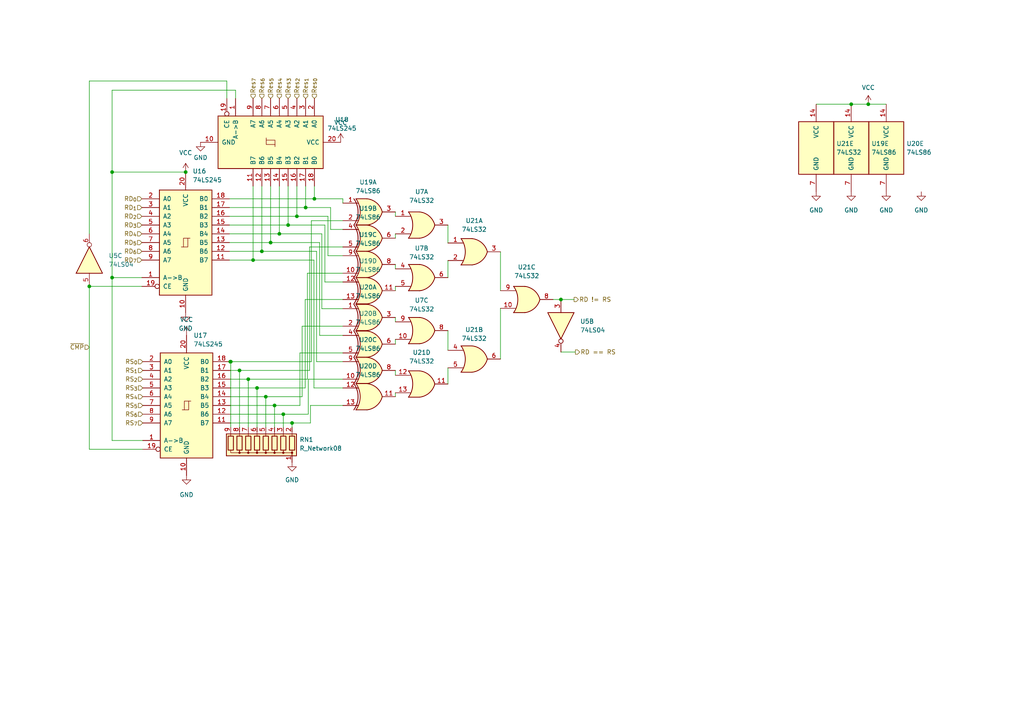
<source format=kicad_sch>
(kicad_sch (version 20211123) (generator eeschema)
  (paper "A4")
  (lib_symbols
    (symbol "74xx:74LS04"
      (property "Reference" "U" (at 0 1.27 0))
      (property "Value" "74LS04" (at 0 -1.27 0))
      (symbol "74LS04_1_0"
        (polyline (pts (xy -3.81 3.81) (xy -3.81 -3.81) (xy 3.81 0) (xy -3.81 3.81)) (stroke (width 0.254)) (fill (type background)))
        (pin input line (at -7.62 0 0) (length 3.81) (name "~") (number "1"))
        (pin output inverted (at 7.62 0 180) (length 3.81) (name "~") (number "2"))
      )
      (symbol "74LS04_2_0"
        (polyline (pts (xy -3.81 3.81) (xy -3.81 -3.81) (xy 3.81 0) (xy -3.81 3.81)) (stroke (width 0.254)) (fill (type background)))
        (pin input line (at -7.62 0 0) (length 3.81) (name "~") (number "3"))
        (pin output inverted (at 7.62 0 180) (length 3.81) (name "~") (number "4"))
      )
      (symbol "74LS04_3_0"
        (polyline (pts (xy -3.81 3.81) (xy -3.81 -3.81) (xy 3.81 0) (xy -3.81 3.81)) (stroke (width 0.254)) (fill (type background)))
        (pin input line (at -7.62 0 0) (length 3.81) (name "~") (number "5"))
        (pin output inverted (at 7.62 0 180) (length 3.81) (name "~") (number "6"))
      )
      (symbol "74LS04_4_0"
        (polyline (pts (xy -3.81 3.81) (xy -3.81 -3.81) (xy 3.81 0) (xy -3.81 3.81)) (stroke (width 0.254)) (fill (type background)))
        (pin output inverted (at 7.62 0 180) (length 3.81) (name "~") (number "8"))
        (pin input line (at -7.62 0 0) (length 3.81) (name "~") (number "9"))
      )
      (symbol "74LS04_5_0"
        (polyline (pts (xy -3.81 3.81) (xy -3.81 -3.81) (xy 3.81 0) (xy -3.81 3.81)) (stroke (width 0.254)) (fill (type background)))
        (pin output inverted (at 7.62 0 180) (length 3.81) (name "~") (number "10"))
        (pin input line (at -7.62 0 0) (length 3.81) (name "~") (number "11"))
      )
      (symbol "74LS04_6_0"
        (polyline (pts (xy -3.81 3.81) (xy -3.81 -3.81) (xy 3.81 0) (xy -3.81 3.81)) (stroke (width 0.254)) (fill (type background)))
        (pin output inverted (at 7.62 0 180) (length 3.81) (name "~") (number "12"))
        (pin input line (at -7.62 0 0) (length 3.81) (name "~") (number "13"))
      )
      (symbol "74LS04_7_0"
        (pin power_in line (at 0 12.7 270) (length 5.08) (name "VCC") (number "14"))
        (pin power_in line (at 0 -12.7 90) (length 5.08) (name "GND") (number "7"))
      )
      (symbol "74LS04_7_1"
        (rectangle (start -5.08 7.62) (end 5.08 -7.62) (stroke (width 0.254)) (fill (type background)))
      )
    )
    (symbol "74xx:74LS245" (pin_names (offset 1.016))
      (property "Reference" "U" (at -7.62 16.51 0))
      (property "Value" "74LS245" (at -7.62 -16.51 0))
      (symbol "74LS245_1_0"
        (polyline (pts (xy -0.635 -1.27) (xy -0.635 1.27) (xy 0.635 1.27)))
        (polyline (pts (xy -1.27 -1.27) (xy 0.635 -1.27) (xy 0.635 1.27) (xy 1.27 1.27)))
        (pin input line (at -12.7 -10.16 0) (length 5.08) (name "A->B") (number "1"))
        (pin power_in line (at 0 -20.32 90) (length 5.08) (name "GND") (number "10"))
        (pin tri_state line (at 12.7 -5.08 180) (length 5.08) (name "B7") (number "11"))
        (pin tri_state line (at 12.7 -2.54 180) (length 5.08) (name "B6") (number "12"))
        (pin tri_state line (at 12.7 0 180) (length 5.08) (name "B5") (number "13"))
        (pin tri_state line (at 12.7 2.54 180) (length 5.08) (name "B4") (number "14"))
        (pin tri_state line (at 12.7 5.08 180) (length 5.08) (name "B3") (number "15"))
        (pin tri_state line (at 12.7 7.62 180) (length 5.08) (name "B2") (number "16"))
        (pin tri_state line (at 12.7 10.16 180) (length 5.08) (name "B1") (number "17"))
        (pin tri_state line (at 12.7 12.7 180) (length 5.08) (name "B0") (number "18"))
        (pin input inverted (at -12.7 -12.7 0) (length 5.08) (name "CE") (number "19"))
        (pin tri_state line (at -12.7 12.7 0) (length 5.08) (name "A0") (number "2"))
        (pin power_in line (at 0 20.32 270) (length 5.08) (name "VCC") (number "20"))
        (pin tri_state line (at -12.7 10.16 0) (length 5.08) (name "A1") (number "3"))
        (pin tri_state line (at -12.7 7.62 0) (length 5.08) (name "A2") (number "4"))
        (pin tri_state line (at -12.7 5.08 0) (length 5.08) (name "A3") (number "5"))
        (pin tri_state line (at -12.7 2.54 0) (length 5.08) (name "A4") (number "6"))
        (pin tri_state line (at -12.7 0 0) (length 5.08) (name "A5") (number "7"))
        (pin tri_state line (at -12.7 -2.54 0) (length 5.08) (name "A6") (number "8"))
        (pin tri_state line (at -12.7 -5.08 0) (length 5.08) (name "A7") (number "9"))
      )
      (symbol "74LS245_1_1"
        (rectangle (start -7.62 15.24) (end 7.62 -15.24) (stroke (width 0.254)) (fill (type background)))
      )
    )
    (symbol "74xx:74LS32" (pin_names (offset 1.016))
      (property "Reference" "U" (at 0 1.27 0))
      (property "Value" "74LS32" (at 0 -1.27 0))
      (symbol "74LS32_1_1"
        (arc (start -3.81 -3.81) (mid -2.589 0) (end -3.81 3.81) (stroke (width 0.254)))
        (arc (start -0.6096 -3.81) (mid 2.1855 -2.584) (end 3.81 0) (stroke (width 0.254)) (fill (type background)))
        (polyline (pts (xy -3.81 -3.81) (xy -0.635 -3.81)) (stroke (width 0.254)) (fill (type background)))
        (polyline (pts (xy -3.81 3.81) (xy -0.635 3.81)) (stroke (width 0.254)) (fill (type background)))
        (polyline (pts (xy -0.635 3.81) (xy -3.81 3.81) (xy -3.81 3.81) (xy -3.556 3.4036) (xy -3.0226 2.2606) (xy -2.6924 1.0414) (xy -2.6162 -0.254) (xy -2.7686 -1.4986) (xy -3.175 -2.7178) (xy -3.81 -3.81) (xy -3.81 -3.81) (xy -0.635 -3.81)) (stroke (width -25.4)) (fill (type background)))
        (arc (start 3.81 0) (mid 2.1928 2.5925) (end -0.6096 3.81) (stroke (width 0.254)) (fill (type background)))
        (pin input line (at -7.62 2.54 0) (length 4.318) (name "~") (number "1"))
        (pin input line (at -7.62 -2.54 0) (length 4.318) (name "~") (number "2"))
        (pin output line (at 7.62 0 180) (length 3.81) (name "~") (number "3"))
      )
      (symbol "74LS32_1_2"
        (arc (start 0 -3.81) (mid 3.81 0) (end 0 3.81) (stroke (width 0.254)) (fill (type background)))
        (polyline (pts (xy 0 3.81) (xy -3.81 3.81) (xy -3.81 -3.81) (xy 0 -3.81)) (stroke (width 0.254)) (fill (type background)))
        (pin input inverted (at -7.62 2.54 0) (length 3.81) (name "~") (number "1"))
        (pin input inverted (at -7.62 -2.54 0) (length 3.81) (name "~") (number "2"))
        (pin output inverted (at 7.62 0 180) (length 3.81) (name "~") (number "3"))
      )
      (symbol "74LS32_2_1"
        (arc (start -3.81 -3.81) (mid -2.589 0) (end -3.81 3.81) (stroke (width 0.254)))
        (arc (start -0.6096 -3.81) (mid 2.1855 -2.584) (end 3.81 0) (stroke (width 0.254)) (fill (type background)))
        (polyline (pts (xy -3.81 -3.81) (xy -0.635 -3.81)) (stroke (width 0.254)) (fill (type background)))
        (polyline (pts (xy -3.81 3.81) (xy -0.635 3.81)) (stroke (width 0.254)) (fill (type background)))
        (polyline (pts (xy -0.635 3.81) (xy -3.81 3.81) (xy -3.81 3.81) (xy -3.556 3.4036) (xy -3.0226 2.2606) (xy -2.6924 1.0414) (xy -2.6162 -0.254) (xy -2.7686 -1.4986) (xy -3.175 -2.7178) (xy -3.81 -3.81) (xy -3.81 -3.81) (xy -0.635 -3.81)) (stroke (width -25.4)) (fill (type background)))
        (arc (start 3.81 0) (mid 2.1928 2.5925) (end -0.6096 3.81) (stroke (width 0.254)) (fill (type background)))
        (pin input line (at -7.62 2.54 0) (length 4.318) (name "~") (number "4"))
        (pin input line (at -7.62 -2.54 0) (length 4.318) (name "~") (number "5"))
        (pin output line (at 7.62 0 180) (length 3.81) (name "~") (number "6"))
      )
      (symbol "74LS32_2_2"
        (arc (start 0 -3.81) (mid 3.81 0) (end 0 3.81) (stroke (width 0.254)) (fill (type background)))
        (polyline (pts (xy 0 3.81) (xy -3.81 3.81) (xy -3.81 -3.81) (xy 0 -3.81)) (stroke (width 0.254)) (fill (type background)))
        (pin input inverted (at -7.62 2.54 0) (length 3.81) (name "~") (number "4"))
        (pin input inverted (at -7.62 -2.54 0) (length 3.81) (name "~") (number "5"))
        (pin output inverted (at 7.62 0 180) (length 3.81) (name "~") (number "6"))
      )
      (symbol "74LS32_3_1"
        (arc (start -3.81 -3.81) (mid -2.589 0) (end -3.81 3.81) (stroke (width 0.254)))
        (arc (start -0.6096 -3.81) (mid 2.1855 -2.584) (end 3.81 0) (stroke (width 0.254)) (fill (type background)))
        (polyline (pts (xy -3.81 -3.81) (xy -0.635 -3.81)) (stroke (width 0.254)) (fill (type background)))
        (polyline (pts (xy -3.81 3.81) (xy -0.635 3.81)) (stroke (width 0.254)) (fill (type background)))
        (polyline (pts (xy -0.635 3.81) (xy -3.81 3.81) (xy -3.81 3.81) (xy -3.556 3.4036) (xy -3.0226 2.2606) (xy -2.6924 1.0414) (xy -2.6162 -0.254) (xy -2.7686 -1.4986) (xy -3.175 -2.7178) (xy -3.81 -3.81) (xy -3.81 -3.81) (xy -0.635 -3.81)) (stroke (width -25.4)) (fill (type background)))
        (arc (start 3.81 0) (mid 2.1928 2.5925) (end -0.6096 3.81) (stroke (width 0.254)) (fill (type background)))
        (pin input line (at -7.62 -2.54 0) (length 4.318) (name "~") (number "10"))
        (pin output line (at 7.62 0 180) (length 3.81) (name "~") (number "8"))
        (pin input line (at -7.62 2.54 0) (length 4.318) (name "~") (number "9"))
      )
      (symbol "74LS32_3_2"
        (arc (start 0 -3.81) (mid 3.81 0) (end 0 3.81) (stroke (width 0.254)) (fill (type background)))
        (polyline (pts (xy 0 3.81) (xy -3.81 3.81) (xy -3.81 -3.81) (xy 0 -3.81)) (stroke (width 0.254)) (fill (type background)))
        (pin input inverted (at -7.62 -2.54 0) (length 3.81) (name "~") (number "10"))
        (pin output inverted (at 7.62 0 180) (length 3.81) (name "~") (number "8"))
        (pin input inverted (at -7.62 2.54 0) (length 3.81) (name "~") (number "9"))
      )
      (symbol "74LS32_4_1"
        (arc (start -3.81 -3.81) (mid -2.589 0) (end -3.81 3.81) (stroke (width 0.254)))
        (arc (start -0.6096 -3.81) (mid 2.1855 -2.584) (end 3.81 0) (stroke (width 0.254)) (fill (type background)))
        (polyline (pts (xy -3.81 -3.81) (xy -0.635 -3.81)) (stroke (width 0.254)) (fill (type background)))
        (polyline (pts (xy -3.81 3.81) (xy -0.635 3.81)) (stroke (width 0.254)) (fill (type background)))
        (polyline (pts (xy -0.635 3.81) (xy -3.81 3.81) (xy -3.81 3.81) (xy -3.556 3.4036) (xy -3.0226 2.2606) (xy -2.6924 1.0414) (xy -2.6162 -0.254) (xy -2.7686 -1.4986) (xy -3.175 -2.7178) (xy -3.81 -3.81) (xy -3.81 -3.81) (xy -0.635 -3.81)) (stroke (width -25.4)) (fill (type background)))
        (arc (start 3.81 0) (mid 2.1928 2.5925) (end -0.6096 3.81) (stroke (width 0.254)) (fill (type background)))
        (pin output line (at 7.62 0 180) (length 3.81) (name "~") (number "11"))
        (pin input line (at -7.62 2.54 0) (length 4.318) (name "~") (number "12"))
        (pin input line (at -7.62 -2.54 0) (length 4.318) (name "~") (number "13"))
      )
      (symbol "74LS32_4_2"
        (arc (start 0 -3.81) (mid 3.81 0) (end 0 3.81) (stroke (width 0.254)) (fill (type background)))
        (polyline (pts (xy 0 3.81) (xy -3.81 3.81) (xy -3.81 -3.81) (xy 0 -3.81)) (stroke (width 0.254)) (fill (type background)))
        (pin output inverted (at 7.62 0 180) (length 3.81) (name "~") (number "11"))
        (pin input inverted (at -7.62 2.54 0) (length 3.81) (name "~") (number "12"))
        (pin input inverted (at -7.62 -2.54 0) (length 3.81) (name "~") (number "13"))
      )
      (symbol "74LS32_5_0"
        (pin power_in line (at 0 12.7 270) (length 5.08) (name "VCC") (number "14"))
        (pin power_in line (at 0 -12.7 90) (length 5.08) (name "GND") (number "7"))
      )
      (symbol "74LS32_5_1"
        (rectangle (start -5.08 7.62) (end 5.08 -7.62) (stroke (width 0.254)) (fill (type background)))
      )
    )
    (symbol "74xx:74LS86" (pin_names (offset 1.016))
      (property "Reference" "U" (at 0 1.27 0))
      (property "Value" "74LS86" (at 0 -1.27 0))
      (symbol "74LS86_1_0"
        (arc (start -4.4196 -3.81) (mid -3.2033 0) (end -4.4196 3.81) (stroke (width 0.254)))
        (arc (start -3.81 -3.81) (mid -2.589 0) (end -3.81 3.81) (stroke (width 0.254)))
        (arc (start -0.6096 -3.81) (mid 2.1855 -2.584) (end 3.81 0) (stroke (width 0.254)) (fill (type background)))
        (polyline (pts (xy -3.81 -3.81) (xy -0.635 -3.81)) (stroke (width 0.254)) (fill (type background)))
        (polyline (pts (xy -3.81 3.81) (xy -0.635 3.81)) (stroke (width 0.254)) (fill (type background)))
        (polyline (pts (xy -0.635 3.81) (xy -3.81 3.81) (xy -3.81 3.81) (xy -3.556 3.4036) (xy -3.0226 2.2606) (xy -2.6924 1.0414) (xy -2.6162 -0.254) (xy -2.7686 -1.4986) (xy -3.175 -2.7178) (xy -3.81 -3.81) (xy -3.81 -3.81) (xy -0.635 -3.81)) (stroke (width -25.4)) (fill (type background)))
        (arc (start 3.81 0) (mid 2.1928 2.5925) (end -0.6096 3.81) (stroke (width 0.254)) (fill (type background)))
        (pin input line (at -7.62 2.54 0) (length 4.445) (name "~") (number "1"))
        (pin input line (at -7.62 -2.54 0) (length 4.445) (name "~") (number "2"))
        (pin output line (at 7.62 0 180) (length 3.81) (name "~") (number "3"))
      )
      (symbol "74LS86_1_1"
        (polyline (pts (xy -3.81 -2.54) (xy -3.175 -2.54)) (stroke (width 0.1524)))
        (polyline (pts (xy -3.81 2.54) (xy -3.175 2.54)) (stroke (width 0.1524)))
      )
      (symbol "74LS86_2_0"
        (arc (start -4.4196 -3.81) (mid -3.2033 0) (end -4.4196 3.81) (stroke (width 0.254)))
        (arc (start -3.81 -3.81) (mid -2.589 0) (end -3.81 3.81) (stroke (width 0.254)))
        (arc (start -0.6096 -3.81) (mid 2.1855 -2.584) (end 3.81 0) (stroke (width 0.254)) (fill (type background)))
        (polyline (pts (xy -3.81 -3.81) (xy -0.635 -3.81)) (stroke (width 0.254)) (fill (type background)))
        (polyline (pts (xy -3.81 3.81) (xy -0.635 3.81)) (stroke (width 0.254)) (fill (type background)))
        (polyline (pts (xy -0.635 3.81) (xy -3.81 3.81) (xy -3.81 3.81) (xy -3.556 3.4036) (xy -3.0226 2.2606) (xy -2.6924 1.0414) (xy -2.6162 -0.254) (xy -2.7686 -1.4986) (xy -3.175 -2.7178) (xy -3.81 -3.81) (xy -3.81 -3.81) (xy -0.635 -3.81)) (stroke (width -25.4)) (fill (type background)))
        (arc (start 3.81 0) (mid 2.1928 2.5925) (end -0.6096 3.81) (stroke (width 0.254)) (fill (type background)))
        (pin input line (at -7.62 2.54 0) (length 4.445) (name "~") (number "4"))
        (pin input line (at -7.62 -2.54 0) (length 4.445) (name "~") (number "5"))
        (pin output line (at 7.62 0 180) (length 3.81) (name "~") (number "6"))
      )
      (symbol "74LS86_2_1"
        (polyline (pts (xy -3.81 -2.54) (xy -3.175 -2.54)) (stroke (width 0.1524)))
        (polyline (pts (xy -3.81 2.54) (xy -3.175 2.54)) (stroke (width 0.1524)))
      )
      (symbol "74LS86_3_0"
        (arc (start -4.4196 -3.81) (mid -3.2033 0) (end -4.4196 3.81) (stroke (width 0.254)))
        (arc (start -3.81 -3.81) (mid -2.589 0) (end -3.81 3.81) (stroke (width 0.254)))
        (arc (start -0.6096 -3.81) (mid 2.1855 -2.584) (end 3.81 0) (stroke (width 0.254)) (fill (type background)))
        (polyline (pts (xy -3.81 -3.81) (xy -0.635 -3.81)) (stroke (width 0.254)) (fill (type background)))
        (polyline (pts (xy -3.81 3.81) (xy -0.635 3.81)) (stroke (width 0.254)) (fill (type background)))
        (polyline (pts (xy -0.635 3.81) (xy -3.81 3.81) (xy -3.81 3.81) (xy -3.556 3.4036) (xy -3.0226 2.2606) (xy -2.6924 1.0414) (xy -2.6162 -0.254) (xy -2.7686 -1.4986) (xy -3.175 -2.7178) (xy -3.81 -3.81) (xy -3.81 -3.81) (xy -0.635 -3.81)) (stroke (width -25.4)) (fill (type background)))
        (arc (start 3.81 0) (mid 2.1928 2.5925) (end -0.6096 3.81) (stroke (width 0.254)) (fill (type background)))
        (pin input line (at -7.62 -2.54 0) (length 4.445) (name "~") (number "10"))
        (pin output line (at 7.62 0 180) (length 3.81) (name "~") (number "8"))
        (pin input line (at -7.62 2.54 0) (length 4.445) (name "~") (number "9"))
      )
      (symbol "74LS86_3_1"
        (polyline (pts (xy -3.81 -2.54) (xy -3.175 -2.54)) (stroke (width 0.1524)))
        (polyline (pts (xy -3.81 2.54) (xy -3.175 2.54)) (stroke (width 0.1524)))
      )
      (symbol "74LS86_4_0"
        (arc (start -4.4196 -3.81) (mid -3.2033 0) (end -4.4196 3.81) (stroke (width 0.254)))
        (arc (start -3.81 -3.81) (mid -2.589 0) (end -3.81 3.81) (stroke (width 0.254)))
        (arc (start -0.6096 -3.81) (mid 2.1855 -2.584) (end 3.81 0) (stroke (width 0.254)) (fill (type background)))
        (polyline (pts (xy -3.81 -3.81) (xy -0.635 -3.81)) (stroke (width 0.254)) (fill (type background)))
        (polyline (pts (xy -3.81 3.81) (xy -0.635 3.81)) (stroke (width 0.254)) (fill (type background)))
        (polyline (pts (xy -0.635 3.81) (xy -3.81 3.81) (xy -3.81 3.81) (xy -3.556 3.4036) (xy -3.0226 2.2606) (xy -2.6924 1.0414) (xy -2.6162 -0.254) (xy -2.7686 -1.4986) (xy -3.175 -2.7178) (xy -3.81 -3.81) (xy -3.81 -3.81) (xy -0.635 -3.81)) (stroke (width -25.4)) (fill (type background)))
        (arc (start 3.81 0) (mid 2.1928 2.5925) (end -0.6096 3.81) (stroke (width 0.254)) (fill (type background)))
        (pin output line (at 7.62 0 180) (length 3.81) (name "~") (number "11"))
        (pin input line (at -7.62 2.54 0) (length 4.445) (name "~") (number "12"))
        (pin input line (at -7.62 -2.54 0) (length 4.445) (name "~") (number "13"))
      )
      (symbol "74LS86_4_1"
        (polyline (pts (xy -3.81 -2.54) (xy -3.175 -2.54)) (stroke (width 0.1524)))
        (polyline (pts (xy -3.81 2.54) (xy -3.175 2.54)) (stroke (width 0.1524)))
      )
      (symbol "74LS86_5_0"
        (pin power_in line (at 0 12.7 270) (length 5.08) (name "VCC") (number "14"))
        (pin power_in line (at 0 -12.7 90) (length 5.08) (name "GND") (number "7"))
      )
      (symbol "74LS86_5_1"
        (rectangle (start -5.08 7.62) (end 5.08 -7.62) (stroke (width 0.254)) (fill (type background)))
      )
    )
    (symbol "Device:R_Network08" (pin_names (offset 0) hide)
      (property "Reference" "RN" (at -12.7 0 90))
      (property "Value" "R_Network08" (at 10.16 0 90))
      (symbol "R_Network08_0_1"
        (rectangle (start -11.43 -3.175) (end 8.89 3.175) (stroke (width 0.254)) (fill (type background)))
        (rectangle (start -10.922 1.524) (end -9.398 -2.54) (stroke (width 0.254)))
        (circle (center -10.16 2.286) (radius 0.254) (fill (type outline)))
        (rectangle (start -8.382 1.524) (end -6.858 -2.54) (stroke (width 0.254)))
        (circle (center -7.62 2.286) (radius 0.254) (fill (type outline)))
        (rectangle (start -5.842 1.524) (end -4.318 -2.54) (stroke (width 0.254)))
        (circle (center -5.08 2.286) (radius 0.254) (fill (type outline)))
        (rectangle (start -3.302 1.524) (end -1.778 -2.54) (stroke (width 0.254)))
        (circle (center -2.54 2.286) (radius 0.254) (fill (type outline)))
        (rectangle (start -0.762 1.524) (end 0.762 -2.54) (stroke (width 0.254)))
        (polyline (pts (xy -10.16 -2.54) (xy -10.16 -3.81)))
        (polyline (pts (xy -7.62 -2.54) (xy -7.62 -3.81)))
        (polyline (pts (xy -5.08 -2.54) (xy -5.08 -3.81)))
        (polyline (pts (xy -2.54 -2.54) (xy -2.54 -3.81)))
        (polyline (pts (xy 0 -2.54) (xy 0 -3.81)))
        (polyline (pts (xy 2.54 -2.54) (xy 2.54 -3.81)))
        (polyline (pts (xy 5.08 -2.54) (xy 5.08 -3.81)))
        (polyline (pts (xy 7.62 -2.54) (xy 7.62 -3.81)))
        (polyline (pts (xy -10.16 1.524) (xy -10.16 2.286) (xy -7.62 2.286) (xy -7.62 1.524)))
        (polyline (pts (xy -7.62 1.524) (xy -7.62 2.286) (xy -5.08 2.286) (xy -5.08 1.524)))
        (polyline (pts (xy -5.08 1.524) (xy -5.08 2.286) (xy -2.54 2.286) (xy -2.54 1.524)))
        (polyline (pts (xy -2.54 1.524) (xy -2.54 2.286) (xy 0 2.286) (xy 0 1.524)))
        (polyline (pts (xy 0 1.524) (xy 0 2.286) (xy 2.54 2.286) (xy 2.54 1.524)))
        (polyline (pts (xy 2.54 1.524) (xy 2.54 2.286) (xy 5.08 2.286) (xy 5.08 1.524)))
        (polyline (pts (xy 5.08 1.524) (xy 5.08 2.286) (xy 7.62 2.286) (xy 7.62 1.524)))
        (circle (center 0 2.286) (radius 0.254) (fill (type outline)))
        (rectangle (start 1.778 1.524) (end 3.302 -2.54) (stroke (width 0.254)))
        (circle (center 2.54 2.286) (radius 0.254) (fill (type outline)))
        (rectangle (start 4.318 1.524) (end 5.842 -2.54) (stroke (width 0.254)))
        (circle (center 5.08 2.286) (radius 0.254) (fill (type outline)))
        (rectangle (start 6.858 1.524) (end 8.382 -2.54) (stroke (width 0.254)))
      )
      (symbol "R_Network08_1_1"
        (pin passive line (at -10.16 5.08 270) (length 2.54) (name "common") (number "1"))
        (pin passive line (at -10.16 -5.08 90) (length 1.27) (name "R1") (number "2"))
        (pin passive line (at -7.62 -5.08 90) (length 1.27) (name "R2") (number "3"))
        (pin passive line (at -5.08 -5.08 90) (length 1.27) (name "R3") (number "4"))
        (pin passive line (at -2.54 -5.08 90) (length 1.27) (name "R4") (number "5"))
        (pin passive line (at 0 -5.08 90) (length 1.27) (name "R5") (number "6"))
        (pin passive line (at 2.54 -5.08 90) (length 1.27) (name "R6") (number "7"))
        (pin passive line (at 5.08 -5.08 90) (length 1.27) (name "R7") (number "8"))
        (pin passive line (at 7.62 -5.08 90) (length 1.27) (name "R8") (number "9"))
      )
    )
    (symbol "power:GND" (power) (pin_names (offset 0))
      (property "Value" "GND" (at 0 -3.81 0))
      (symbol "GND_0_1"
        (polyline (pts (xy 0 0) (xy 0 -1.27) (xy 1.27 -1.27) (xy 0 -2.54) (xy -1.27 -1.27) (xy 0 -1.27)))
      )
      (symbol "GND_1_1"
        (pin power_in line (at 0 0 270) (length 0) hide (name "GND") (number "1"))
      )
    )
    (symbol "power:VCC" (power) (pin_names (offset 0))
      (property "Value" "VCC" (at 0 3.81 0))
      (symbol "VCC_0_1"
        (polyline (pts (xy -0.762 1.27) (xy 0 2.54)))
        (polyline (pts (xy 0 0) (xy 0 2.54)))
        (polyline (pts (xy 0 2.54) (xy 0.762 1.27)))
      )
      (symbol "VCC_1_1"
        (pin power_in line (at 0 0 90) (length 0) hide (name "VCC") (number "1"))
      )
    )
  )
  (junction (at 66.802 104.902))
  (junction (at 84.709 122.682))
  (junction (at 86.106 62.738))
  (junction (at 88.646 60.198))
  (junction (at 79.629 117.602))
  (junction (at 53.848 49.911))
  (junction (at 91.186 57.658))
  (junction (at 81.026 67.818))
  (junction (at 69.469 107.442))
  (junction (at 246.888 30.226))
  (junction (at 32.512 49.911))
  (junction (at 74.549 112.522))
  (junction (at 78.486 70.358))
  (junction (at 77.089 115.062))
  (junction (at 32.512 80.518))
  (junction (at 162.687 86.868))
  (junction (at 82.169 120.142))
  (junction (at 75.946 72.898))
  (junction (at 251.841 30.226))
  (junction (at 25.908 83.058))
  (junction (at 72.009 109.982))
  (junction (at 66.929 104.902))
  (junction (at 73.406 75.438))
  (junction (at 83.566 65.278))
  (wire (pts (xy 66.548 62.738) (xy 86.106 62.738)))
  (wire (pts (xy 75.946 72.898) (xy 66.548 72.898)))
  (wire (pts (xy 90.297 64.008) (xy 99.441 64.008)))
  (wire (pts (xy 94.234 65.278) (xy 94.234 81.788)))
  (wire (pts (xy 114.681 62.738) (xy 114.681 61.468)))
  (wire (pts (xy 129.921 70.485) (xy 129.921 65.278)))
  (wire (pts (xy 99.441 109.982) (xy 89.408 109.982)))
  (wire (pts (xy 114.681 98.425) (xy 114.681 99.822)))
  (wire (pts (xy 83.566 53.975) (xy 83.566 65.278)))
  (wire (pts (xy 86.995 102.362) (xy 86.995 117.602)))
  (wire (pts (xy 78.486 70.358) (xy 92.71 70.358)))
  (wire (pts (xy 91.186 57.658) (xy 99.441 57.658)))
  (wire (pts (xy 129.921 101.6) (xy 129.921 95.885)))
  (wire (pts (xy 82.169 120.142) (xy 66.802 120.142)))
  (wire (pts (xy 53.848 49.911) (xy 53.848 50.038)))
  (wire (pts (xy 129.921 75.565) (xy 129.921 80.518)))
  (wire (pts (xy 66.802 109.982) (xy 72.009 109.982)))
  (wire (pts (xy 91.821 104.902) (xy 99.441 104.902)))
  (wire (pts (xy 93.345 67.818) (xy 93.345 89.535)))
  (wire (pts (xy 73.406 75.438) (xy 91.059 75.438)))
  (wire (pts (xy 92.71 70.358) (xy 92.71 97.282)))
  (wire (pts (xy 83.566 65.278) (xy 94.234 65.278)))
  (wire (pts (xy 66.929 104.902) (xy 66.929 123.952)))
  (wire (pts (xy 66.802 112.522) (xy 74.549 112.522)))
  (wire (pts (xy 95.123 74.168) (xy 99.441 74.168)))
  (wire (pts (xy 95.885 60.198) (xy 95.885 66.548)))
  (wire (pts (xy 114.681 83.058) (xy 114.681 84.328)))
  (wire (pts (xy 114.681 67.818) (xy 114.681 69.088)))
  (wire (pts (xy 99.441 57.658) (xy 99.441 58.928)))
  (wire (pts (xy 66.548 57.658) (xy 91.186 57.658)))
  (wire (pts (xy 66.548 67.818) (xy 81.026 67.818)))
  (wire (pts (xy 88.646 60.198) (xy 95.885 60.198)))
  (wire (pts (xy 91.821 72.898) (xy 91.821 104.902)))
  (wire (pts (xy 81.026 67.818) (xy 81.026 53.975)))
  (wire (pts (xy 89.154 79.248) (xy 99.441 79.248)))
  (wire (pts (xy 25.908 23.495) (xy 65.786 23.495)))
  (wire (pts (xy 77.089 115.062) (xy 77.089 123.952)))
  (wire (pts (xy 90.297 104.902) (xy 90.297 64.008)))
  (wire (pts (xy 86.106 62.738) (xy 86.106 53.975)))
  (wire (pts (xy 41.148 83.058) (xy 25.908 83.058)))
  (wire (pts (xy 99.441 94.615) (xy 87.63 94.615)))
  (wire (pts (xy 78.486 70.358) (xy 66.548 70.358)))
  (wire (pts (xy 78.486 53.975) (xy 78.486 70.358)))
  (wire (pts (xy 86.995 117.602) (xy 79.629 117.602)))
  (wire (pts (xy 145.161 84.328) (xy 145.161 73.025)))
  (wire (pts (xy 82.169 120.142) (xy 82.169 123.952)))
  (wire (pts (xy 99.441 117.602) (xy 90.043 117.602)))
  (wire (pts (xy 91.059 112.522) (xy 99.441 112.522)))
  (wire (pts (xy 114.681 93.345) (xy 114.681 92.075)))
  (wire (pts (xy 246.888 30.226) (xy 251.841 30.226)))
  (wire (pts (xy 72.009 123.952) (xy 72.009 109.982)))
  (wire (pts (xy 88.646 53.975) (xy 88.646 60.198)))
  (wire (pts (xy 65.786 23.495) (xy 65.786 28.575)))
  (wire (pts (xy 66.929 104.902) (xy 90.297 104.902)))
  (wire (pts (xy 89.789 107.442) (xy 69.469 107.442)))
  (wire (pts (xy 89.789 71.628) (xy 89.789 107.442)))
  (wire (pts (xy 114.681 108.839) (xy 114.681 107.442)))
  (wire (pts (xy 32.512 49.911) (xy 53.848 49.911)))
  (wire (pts (xy 25.908 130.302) (xy 41.402 130.302)))
  (wire (pts (xy 114.681 113.919) (xy 114.681 115.062)))
  (wire (pts (xy 88.646 60.198) (xy 66.548 60.198)))
  (wire (pts (xy 90.043 117.602) (xy 90.043 122.682)))
  (wire (pts (xy 32.512 49.911) (xy 32.512 80.518)))
  (wire (pts (xy 32.512 26.162) (xy 32.512 49.911)))
  (wire (pts (xy 68.326 26.162) (xy 68.326 28.575)))
  (wire (pts (xy 89.408 120.142) (xy 82.169 120.142)))
  (wire (pts (xy 41.402 127.762) (xy 32.512 127.762)))
  (wire (pts (xy 77.089 115.062) (xy 66.802 115.062)))
  (wire (pts (xy 83.566 65.278) (xy 66.548 65.278)))
  (wire (pts (xy 84.709 123.952) (xy 84.709 122.682)))
  (wire (pts (xy 91.186 57.658) (xy 91.186 53.975)))
  (wire (pts (xy 162.687 86.868) (xy 166.497 86.868)))
  (wire (pts (xy 79.629 117.602) (xy 66.802 117.602)))
  (wire (pts (xy 86.106 62.738) (xy 95.123 62.738)))
  (wire (pts (xy 236.728 30.226) (xy 246.888 30.226)))
  (wire (pts (xy 74.549 112.522) (xy 88.519 112.522)))
  (wire (pts (xy 114.681 77.978) (xy 114.681 76.708)))
  (wire (pts (xy 73.406 75.438) (xy 73.406 53.975)))
  (wire (pts (xy 32.512 80.518) (xy 41.148 80.518)))
  (wire (pts (xy 88.519 86.868) (xy 99.441 86.868)))
  (wire (pts (xy 66.802 104.902) (xy 66.929 104.902)))
  (wire (pts (xy 89.408 109.982) (xy 89.408 120.142)))
  (wire (pts (xy 91.059 75.438) (xy 91.059 112.522)))
  (wire (pts (xy 88.519 112.522) (xy 88.519 86.868)))
  (wire (pts (xy 66.802 122.682) (xy 84.709 122.682)))
  (wire (pts (xy 95.885 66.548) (xy 99.441 66.548)))
  (wire (pts (xy 32.512 80.518) (xy 32.512 127.762)))
  (wire (pts (xy 81.026 67.818) (xy 93.345 67.818)))
  (wire (pts (xy 75.946 53.975) (xy 75.946 72.898)))
  (wire (pts (xy 99.441 71.628) (xy 89.789 71.628)))
  (wire (pts (xy 79.629 117.602) (xy 79.629 123.952)))
  (wire (pts (xy 72.009 109.982) (xy 89.154 109.982)))
  (wire (pts (xy 75.946 72.898) (xy 91.821 72.898)))
  (wire (pts (xy 66.548 75.438) (xy 73.406 75.438)))
  (wire (pts (xy 69.469 107.442) (xy 66.802 107.442)))
  (wire (pts (xy 74.549 112.522) (xy 74.549 123.952)))
  (wire (pts (xy 99.441 102.362) (xy 86.995 102.362)))
  (wire (pts (xy 89.154 109.982) (xy 89.154 79.248)))
  (wire (pts (xy 145.161 89.408) (xy 145.161 104.14)))
  (wire (pts (xy 92.71 97.282) (xy 99.441 97.282)))
  (wire (pts (xy 94.234 81.788) (xy 99.441 81.788)))
  (wire (pts (xy 25.908 67.818) (xy 25.908 23.495)))
  (wire (pts (xy 87.63 94.615) (xy 87.63 115.062)))
  (wire (pts (xy 129.921 106.68) (xy 129.921 111.379)))
  (wire (pts (xy 84.709 122.682) (xy 90.043 122.682)))
  (wire (pts (xy 87.63 115.062) (xy 77.089 115.062)))
  (wire (pts (xy 166.878 102.108) (xy 162.687 102.108)))
  (wire (pts (xy 93.345 89.535) (xy 99.441 89.535)))
  (wire (pts (xy 25.908 83.058) (xy 25.908 130.302)))
  (wire (pts (xy 32.512 26.162) (xy 68.326 26.162)))
  (wire (pts (xy 95.123 62.738) (xy 95.123 74.168)))
  (wire (pts (xy 160.401 86.868) (xy 162.687 86.868)))
  (wire (pts (xy 251.841 30.226) (xy 257.048 30.226)))
  (wire (pts (xy 69.469 107.442) (xy 69.469 123.952)))
  (hierarchical_label "RD_{6}" (shape input) (at 41.148 72.898 180))
  (hierarchical_label "RS_{1}" (shape input) (at 41.402 107.442 180))
  (hierarchical_label "Res_{2}" (shape input) (at 86.106 28.575 90))
  (hierarchical_label "Res_{6}" (shape input) (at 75.946 28.575 90))
  (hierarchical_label "RS_{0}" (shape input) (at 41.402 104.902 180))
  (hierarchical_label "RS_{4}" (shape input) (at 41.402 115.062 180))
  (hierarchical_label "RD_{3}" (shape input) (at 41.148 65.278 180))
  (hierarchical_label "RD == RS" (shape output) (at 166.878 102.108 0))
  (hierarchical_label "RD_{4}" (shape input) (at 41.148 67.818 180))
  (hierarchical_label "~{CMP}" (shape input) (at 25.908 100.711 180))
  (hierarchical_label "Res_{3}" (shape input) (at 83.566 28.575 90))
  (hierarchical_label "RS_{7}" (shape input) (at 41.402 122.682 180))
  (hierarchical_label "RD_{0}" (shape input) (at 41.148 57.658 180))
  (hierarchical_label "RS_{6}" (shape input) (at 41.402 120.142 180))
  (hierarchical_label "RD_{1}" (shape input) (at 41.148 60.198 180))
  (hierarchical_label "RD_{2}" (shape input) (at 41.148 62.738 180))
  (hierarchical_label "Res_{4}" (shape input) (at 81.026 28.575 90))
  (hierarchical_label "RD_{5}" (shape input) (at 41.148 70.358 180))
  (hierarchical_label "Res_{1}" (shape input) (at 88.646 28.575 90))
  (hierarchical_label "RS_{2}" (shape input) (at 41.402 109.982 180))
  (hierarchical_label "RD_{7}" (shape input) (at 41.148 75.438 180))
  (hierarchical_label "Res_{0}" (shape input) (at 91.186 28.575 90))
  (hierarchical_label "RS_{3}" (shape input) (at 41.402 112.522 180))
  (hierarchical_label "RD != RS" (shape output) (at 166.497 86.868 0))
  (hierarchical_label "Res_{7}" (shape input) (at 73.406 28.575 90))
  (hierarchical_label "RS_{5}" (shape input) (at 41.402 117.602 180))
  (hierarchical_label "Res_{5}" (shape input) (at 78.486 28.575 90))
  (symbol (lib_id "74xx:74LS32") (at 122.301 65.278 0) (unit 1)
    (property "Reference" "U7" (at 122.301 55.626 0))
    (property "Value" "74LS32" (at 122.301 58.166 0))
    (property "Footprint" "Package_DIP:DIP-14_W7.62mm_Socket_LongPads" (effects hide))
    (property "Datasheet" "http://www.ti.com/lit/gpn/sn74LS32" (effects hide))
  )
  (symbol (lib_id "74xx:74LS32") (at 122.301 95.885 0) (unit 3)
    (property "Reference" "U7" (at 122.301 87.122 0))
    (property "Value" "74LS32" (at 122.301 89.662 0))
    (property "Footprint" "Package_DIP:DIP-14_W7.62mm_Socket_LongPads" (effects hide))
    (property "Datasheet" "http://www.ti.com/lit/gpn/sn74LS32" (effects hide))
  )
  (symbol (lib_id "74xx:74LS86") (at 107.061 76.708 0) (unit 3)
    (property "Reference" "U19" (at 106.7562 68.072 0))
    (property "Value" "74LS86" (at 106.7562 70.612 0))
    (property "Footprint" "Package_DIP:DIP-14_W7.62mm_Socket_LongPads" (effects hide))
    (property "Datasheet" "74xx/74ls86.pdf" (effects hide))
  )
  (symbol (lib_id "power:GND") (at 53.848 90.678 0) (unit 1)
    (property "Reference" "#PWR035" (effects hide))
    (property "Value" "GND" (at 53.848 95.25 0))
  )
  (symbol (lib_id "74xx:74LS32") (at 122.301 80.518 0) (unit 2)
    (property "Reference" "U7" (at 122.301 72.009 0))
    (property "Value" "74LS32" (at 122.301 74.549 0))
    (property "Footprint" "Package_DIP:DIP-14_W7.62mm_Socket_LongPads" (effects hide))
    (property "Datasheet" "http://www.ti.com/lit/gpn/sn74LS32" (effects hide))
  )
  (symbol (lib_id "74xx:74LS86") (at 246.888 42.926 0) (unit 5)
    (property "Reference" "U19" (at 252.73 41.6559 0) (effects (justify left)))
    (property "Value" "74LS86" (at 252.73 44.1959 0) (effects (justify left)))
    (property "Footprint" "Package_DIP:DIP-14_W7.62mm_Socket_LongPads" (effects hide))
    (property "Datasheet" "74xx/74ls86.pdf" (effects hide))
  )
  (symbol (lib_id "Device:R_Network08") (at 74.549 129.032 180) (unit 1)
    (property "Reference" "RN1" (at 86.868 127.5079 0) (effects (justify right)))
    (property "Value" "R_Network08" (at 86.868 130.0479 0) (effects (justify right)))
    (property "Footprint" "Resistor_THT:R_Array_SIP9" (effects hide))
    (property "Datasheet" "http://www.vishay.com/docs/31509/csc.pdf" (effects hide))
  )
  (symbol (lib_id "74xx:74LS86") (at 107.061 99.822 0) (unit 2)
    (property "Reference" "U20" (at 106.7562 90.932 0))
    (property "Value" "74LS86" (at 106.7562 93.472 0))
    (property "Footprint" "Package_DIP:DIP-14_W7.62mm_Socket_LongPads" (effects hide))
    (property "Datasheet" "74xx/74ls86.pdf" (effects hide))
  )
  (symbol (lib_id "74xx:74LS04") (at 162.687 94.488 270) (unit 2)
    (property "Reference" "U5" (at 168.275 93.2179 90) (effects (justify left)))
    (property "Value" "74LS04" (at 168.275 95.7579 90) (effects (justify left)))
    (property "Footprint" "Package_DIP:DIP-14_W7.62mm_Socket_LongPads" (effects hide))
    (property "Datasheet" "http://www.ti.com/lit/gpn/sn74LS04" (effects hide))
  )
  (symbol (lib_id "74xx:74LS04") (at 25.908 75.438 90) (unit 3)
    (property "Reference" "U5" (at 31.496 74.1679 90) (effects (justify right)))
    (property "Value" "74LS04" (at 31.496 76.7079 90) (effects (justify right)))
    (property "Footprint" "Package_DIP:DIP-14_W7.62mm_Socket_LongPads" (effects hide))
    (property "Datasheet" "http://www.ti.com/lit/gpn/sn74LS04" (effects hide))
  )
  (symbol (lib_id "74xx:74LS32") (at 137.541 73.025 0) (unit 1)
    (property "Reference" "U21" (at 137.541 64.008 0))
    (property "Value" "74LS32" (at 137.541 66.548 0))
    (property "Footprint" "Package_DIP:DIP-14_W7.62mm_Socket_LongPads" (effects hide))
    (property "Datasheet" "http://www.ti.com/lit/gpn/sn74LS32" (effects hide))
  )
  (symbol (lib_id "power:GND") (at 84.709 134.112 0) (unit 1)
    (property "Reference" "#PWR039" (effects hide))
    (property "Value" "GND" (at 84.709 139.192 0))
  )
  (symbol (lib_id "74xx:74LS86") (at 107.061 61.468 0) (unit 1)
    (property "Reference" "U19" (at 106.7562 52.832 0))
    (property "Value" "74LS86" (at 106.7562 55.372 0))
    (property "Footprint" "Package_DIP:DIP-14_W7.62mm_Socket_LongPads" (effects hide))
    (property "Datasheet" "74xx/74ls86.pdf" (effects hide))
  )
  (symbol (lib_id "74xx:74LS86") (at 107.061 69.088 0) (unit 2)
    (property "Reference" "U19" (at 106.7562 60.452 0))
    (property "Value" "74LS86" (at 106.7562 62.992 0))
    (property "Footprint" "Package_DIP:DIP-14_W7.62mm_Socket_LongPads" (effects hide))
    (property "Datasheet" "74xx/74ls86.pdf" (effects hide))
  )
  (symbol (lib_id "74xx:74LS32") (at 122.301 111.379 0) (unit 4)
    (property "Reference" "U21" (at 122.301 102.235 0))
    (property "Value" "74LS32" (at 122.301 104.775 0))
    (property "Footprint" "Package_DIP:DIP-14_W7.62mm_Socket_LongPads" (effects hide))
    (property "Datasheet" "http://www.ti.com/lit/gpn/sn74LS32" (effects hide))
  )
  (symbol (lib_id "74xx:74LS86") (at 257.048 42.926 0) (unit 5)
    (property "Reference" "U20" (at 262.89 41.6559 0) (effects (justify left)))
    (property "Value" "74LS86" (at 262.89 44.1959 0) (effects (justify left)))
    (property "Footprint" "Package_DIP:DIP-14_W7.62mm_Socket_LongPads" (effects hide))
    (property "Datasheet" "74xx/74ls86.pdf" (effects hide))
  )
  (symbol (lib_id "power:VCC") (at 54.102 97.282 0) (unit 1)
    (property "Reference" "#PWR036" (effects hide))
    (property "Value" "VCC" (at 54.102 92.71 0))
  )
  (symbol (lib_id "74xx:74LS245") (at 53.848 70.358 0) (unit 1)
    (property "Reference" "U16" (at 55.8674 49.657 0) (effects (justify left)))
    (property "Value" "74LS245" (at 55.8674 52.197 0) (effects (justify left)))
    (property "Footprint" "Package_DIP:DIP-20_W7.62mm_Socket_LongPads" (effects hide))
    (property "Datasheet" "http://www.ti.com/lit/gpn/sn74LS245" (effects hide))
  )
  (symbol (lib_id "74xx:74LS86") (at 107.061 92.075 0) (unit 1)
    (property "Reference" "U20" (at 106.7562 83.312 0))
    (property "Value" "74LS86" (at 106.7562 85.852 0))
    (property "Footprint" "Package_DIP:DIP-14_W7.62mm_Socket_LongPads" (effects hide))
    (property "Datasheet" "74xx/74ls86.pdf" (effects hide))
  )
  (symbol (lib_id "power:GND") (at 58.166 41.275 0) (unit 1)
    (property "Reference" "#PWR038" (effects hide))
    (property "Value" "GND" (at 58.166 45.72 0))
  )
  (symbol (lib_id "power:GND") (at 236.728 55.626 0) (unit 1)
    (property "Reference" "#PWR041" (effects hide))
    (property "Value" "GND" (at 236.728 60.96 0))
  )
  (symbol (lib_id "power:GND") (at 246.888 55.626 0) (unit 1)
    (property "Reference" "#PWR042" (effects hide))
    (property "Value" "GND" (at 246.888 60.96 0))
  )
  (symbol (lib_id "74xx:74LS86") (at 107.061 107.442 0) (unit 3)
    (property "Reference" "U20" (at 106.7562 98.552 0))
    (property "Value" "74LS86" (at 106.7562 101.092 0))
    (property "Footprint" "Package_DIP:DIP-14_W7.62mm_Socket_LongPads" (effects hide))
    (property "Datasheet" "74xx/74ls86.pdf" (effects hide))
  )
  (symbol (lib_id "power:GND") (at 257.048 55.626 0) (unit 1)
    (property "Reference" "#PWR044" (effects hide))
    (property "Value" "GND" (at 257.048 60.96 0))
  )
  (symbol (lib_id "power:VCC") (at 251.841 30.226 0) (unit 1)
    (property "Reference" "#PWR043" (effects hide))
    (property "Value" "VCC" (at 251.841 25.4 0))
  )
  (symbol (lib_id "74xx:74LS32") (at 152.781 86.868 0) (unit 3)
    (property "Reference" "U21" (at 152.781 77.47 0))
    (property "Value" "74LS32" (at 152.781 80.01 0))
    (property "Footprint" "Package_DIP:DIP-14_W7.62mm_Socket_LongPads" (effects hide))
    (property "Datasheet" "http://www.ti.com/lit/gpn/sn74LS32" (effects hide))
  )
  (symbol (lib_id "power:GND") (at 267.208 55.626 0) (unit 1)
    (property "Reference" "#PWR045" (effects hide))
    (property "Value" "GND" (at 267.208 60.96 0))
  )
  (symbol (lib_id "74xx:74LS32") (at 236.728 42.926 0) (unit 5)
    (property "Reference" "U21" (at 242.57 41.6559 0) (effects (justify left)))
    (property "Value" "74LS32" (at 242.57 44.1959 0) (effects (justify left)))
    (property "Footprint" "Package_DIP:DIP-14_W7.62mm_Socket_LongPads" (effects hide))
    (property "Datasheet" "http://www.ti.com/lit/gpn/sn74LS32" (effects hide))
  )
  (symbol (lib_id "74xx:74LS245") (at 54.102 117.602 0) (unit 1)
    (property "Reference" "U17" (at 56.1214 97.282 0) (effects (justify left)))
    (property "Value" "74LS245" (at 56.1214 99.822 0) (effects (justify left)))
    (property "Footprint" "Package_DIP:DIP-20_W7.62mm_Socket_LongPads" (effects hide))
    (property "Datasheet" "http://www.ti.com/lit/gpn/sn74LS245" (effects hide))
  )
  (symbol (lib_id "74xx:74LS86") (at 107.061 115.062 0) (unit 4)
    (property "Reference" "U20" (at 106.7562 106.172 0))
    (property "Value" "74LS86" (at 106.7562 108.712 0))
    (property "Footprint" "Package_DIP:DIP-14_W7.62mm_Socket_LongPads" (effects hide))
    (property "Datasheet" "74xx/74ls86.pdf" (effects hide))
  )
  (symbol (lib_id "74xx:74LS245") (at 78.486 41.275 270) (unit 1)
    (property "Reference" "U18" (at 99.187 34.6962 90))
    (property "Value" "74LS245" (at 99.187 37.2362 90))
    (property "Footprint" "Package_DIP:DIP-20_W7.62mm_Socket_LongPads" (effects hide))
    (property "Datasheet" "http://www.ti.com/lit/gpn/sn74LS245" (effects hide))
  )
  (symbol (lib_id "power:VCC") (at 98.806 41.275 0) (unit 1)
    (property "Reference" "#PWR040" (effects hide))
    (property "Value" "VCC" (at 98.806 35.56 0))
  )
  (symbol (lib_id "74xx:74LS86") (at 107.061 84.328 0) (unit 4)
    (property "Reference" "U19" (at 106.7562 75.692 0))
    (property "Value" "74LS86" (at 106.7562 78.232 0))
    (property "Footprint" "Package_DIP:DIP-14_W7.62mm_Socket_LongPads" (effects hide))
    (property "Datasheet" "74xx/74ls86.pdf" (effects hide))
  )
  (symbol (lib_id "power:GND") (at 54.102 137.922 0) (unit 1)
    (property "Reference" "#PWR037" (effects hide))
    (property "Value" "GND" (at 54.102 143.51 0))
  )
  (symbol (lib_id "power:VCC") (at 53.848 49.911 0) (unit 1)
    (property "Reference" "#PWR034" (effects hide))
    (property "Value" "VCC" (at 53.848 44.323 0))
  )
  (symbol (lib_id "74xx:74LS32") (at 137.541 104.14 0) (unit 2)
    (property "Reference" "U21" (at 137.541 95.631 0))
    (property "Value" "74LS32" (at 137.541 98.171 0))
    (property "Footprint" "Package_DIP:DIP-14_W7.62mm_Socket_LongPads" (effects hide))
    (property "Datasheet" "http://www.ti.com/lit/gpn/sn74LS32" (effects hide))
  )
)
</source>
